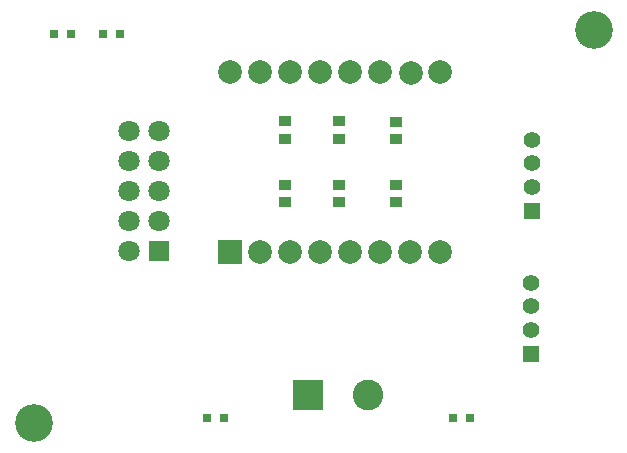
<source format=gts>
G04*
G04 #@! TF.GenerationSoftware,Altium Limited,Altium Designer,20.1.8 (145)*
G04*
G04 Layer_Color=8388736*
%FSLAX25Y25*%
%MOIN*%
G70*
G04*
G04 #@! TF.SameCoordinates,FB41AF91-CB0D-428D-8178-E64408BCF0C5*
G04*
G04*
G04 #@! TF.FilePolarity,Negative*
G04*
G01*
G75*
%ADD20R,0.03162X0.03162*%
%ADD21R,0.04343X0.03556*%
%ADD22R,0.07887X0.07887*%
%ADD23C,0.07887*%
%ADD24C,0.10249*%
%ADD25R,0.10249X0.10249*%
%ADD26C,0.07099*%
%ADD27R,0.07099X0.07099*%
%ADD28C,0.05556*%
%ADD29R,0.05556X0.05556*%
%ADD30C,0.12611*%
D20*
X151575Y13740D02*
D03*
X157087D02*
D03*
X18531Y141550D02*
D03*
X24043D02*
D03*
X34926D02*
D03*
X40438D02*
D03*
X69685Y13740D02*
D03*
X75197D02*
D03*
D21*
X132535Y91371D02*
D03*
Y85466D02*
D03*
X113535Y91371D02*
D03*
Y85466D02*
D03*
X95535Y91371D02*
D03*
Y85466D02*
D03*
X132677Y106496D02*
D03*
Y112402D02*
D03*
X113535Y106512D02*
D03*
Y112417D02*
D03*
X95535D02*
D03*
Y106512D02*
D03*
D22*
X77280Y68811D02*
D03*
D23*
X87280D02*
D03*
X97280D02*
D03*
X117280D02*
D03*
X127280D02*
D03*
X137280D02*
D03*
X147280D02*
D03*
X77280Y128811D02*
D03*
X87280D02*
D03*
X97280D02*
D03*
X107280D02*
D03*
X117280D02*
D03*
X127280D02*
D03*
X137476Y128732D02*
D03*
X147280Y128811D02*
D03*
X107161Y68890D02*
D03*
D24*
X123264Y21260D02*
D03*
D25*
X103264D02*
D03*
D26*
X53563Y109370D02*
D03*
Y99370D02*
D03*
X43563Y109370D02*
D03*
Y99370D02*
D03*
X53563Y89370D02*
D03*
X43563D02*
D03*
Y79370D02*
D03*
X53563D02*
D03*
X43563Y69370D02*
D03*
D27*
X53563D02*
D03*
D28*
X177953Y106299D02*
D03*
Y98425D02*
D03*
Y90551D02*
D03*
X177559Y58661D02*
D03*
Y50787D02*
D03*
Y42913D02*
D03*
D29*
X177953Y82677D02*
D03*
X177559Y35039D02*
D03*
D30*
X11811Y11811D02*
D03*
X198425Y142913D02*
D03*
M02*

</source>
